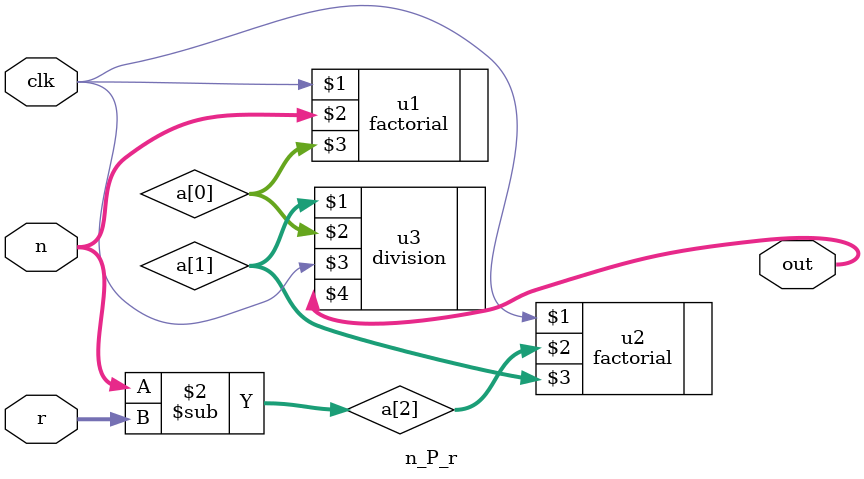
<source format=v>
`timescale 1ns / 1ps


module n_P_r(clk,n,r,out );
input clk;
input [35:0] n,r;
output [35:0] out;
wire [35:0] a [2:0];
assign a[2]=n-r;
factorial u1(clk,n,a[0]);
factorial u2(clk,a[2],a[1]);
division u3(a[1],a[0],clk,out);
endmodule

</source>
